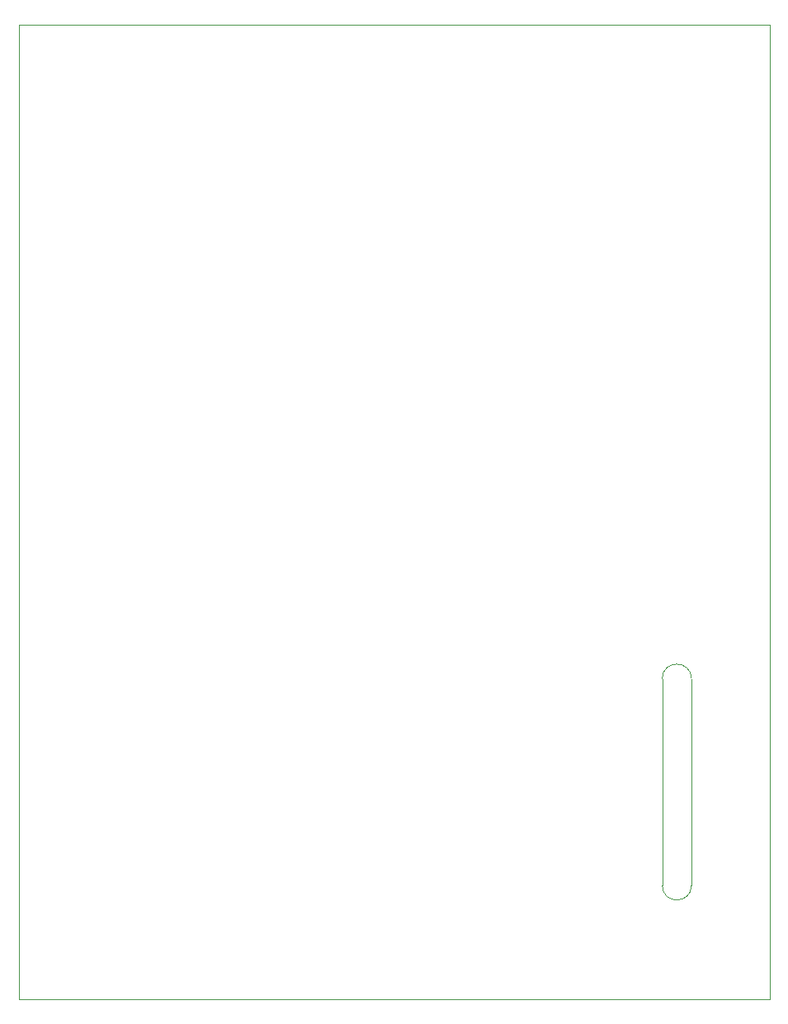
<source format=gbr>
G04 #@! TF.GenerationSoftware,KiCad,Pcbnew,(5.1.6)-1*
G04 #@! TF.CreationDate,2020-07-01T23:55:18-04:00*
G04 #@! TF.ProjectId,T-ShirtPress,542d5368-6972-4745-9072-6573732e6b69,rev?*
G04 #@! TF.SameCoordinates,Original*
G04 #@! TF.FileFunction,Profile,NP*
%FSLAX46Y46*%
G04 Gerber Fmt 4.6, Leading zero omitted, Abs format (unit mm)*
G04 Created by KiCad (PCBNEW (5.1.6)-1) date 2020-07-01 23:55:18*
%MOMM*%
%LPD*%
G01*
G04 APERTURE LIST*
G04 #@! TA.AperFunction,Profile*
%ADD10C,0.050000*%
G04 #@! TD*
G04 APERTURE END LIST*
D10*
X96000000Y-97100000D02*
G75*
G02*
X99000000Y-97100000I1500000J0D01*
G01*
X99000000Y-118300000D02*
G75*
G02*
X96000000Y-118300000I-1500000J0D01*
G01*
X96000000Y-97100000D02*
X96000000Y-118300000D01*
X99000000Y-118300000D02*
X99000000Y-97100000D01*
X30000000Y-130000000D02*
X30000000Y-100000000D01*
X107000000Y-130000000D02*
X30000000Y-130000000D01*
X107000000Y-30000000D02*
X107000000Y-130000000D01*
X100000000Y-30000000D02*
X107000000Y-30000000D01*
X30000000Y-100000000D02*
X30000000Y-80000000D01*
X80000000Y-30000000D02*
X100000000Y-30000000D01*
X30000000Y-80000000D02*
X30000000Y-30000000D01*
X30000000Y-30000000D02*
X80000000Y-30000000D01*
M02*

</source>
